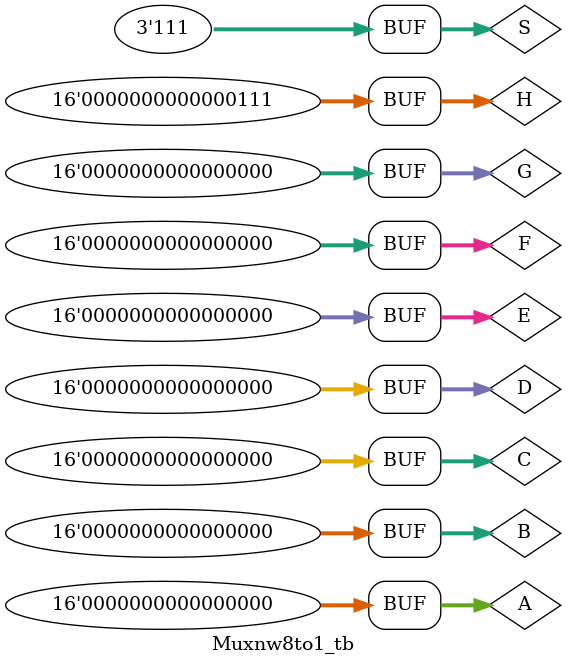
<source format=sv>
module Muxnw8to1(S, A, B, C, D, E, F, G, H, M);
	parameter n = 16;
	input [2:0]S; 
	input [n-1:0]A, B, C, D, E, F, G, H;
	output logic [n-1:0]M;
	
	//Mux8to1 unit2(S, A[2], B[2], C[2], D[2], E[2], F[2], G[2], H[2], M[2]);
	//Mux8to1 unit1(S, A[1], B[1], C[1], D[1], E[1], F[1], G[1], H[1], M[1]);
	//Mux8to1 unit0(S, A[0], B[0], C[0], D[0], E[0], F[0], G[0], H[0], M[0]);
	
	always @* begin
		case (S)
			0:M=A;
			1:M=B;
			2:M=C;
			3:M=D;
			4:M=E;
			5:M=F;
			6:M=G;
			7:M=H;
		endcase
	end
	
endmodule

module Muxnw8to1_tb;
	logic [15:0]A, B, C, D, E, F, G, H, M;
	logic [2:0] S;

	Muxnw8to1 m0(S, A, B, C, D, E, F, G, H, M);
	
	initial begin
		S=0;A=7;B=0;C=0;D=0;E=0;F=0;G=0;H=0;#10;
		S=1;A=0;B=7;C=0;D=0;E=0;F=0;G=0;H=0;#10;
		S=2;A=0;B=0;C=7;D=0;E=0;F=0;G=0;H=0;#10;
		S=3;A=0;B=0;C=0;D=7;E=0;F=0;G=0;H=0;#10;
		S=4;A=0;B=0;C=0;D=0;E=7;F=0;G=0;H=0;#10;
		S=5;A=0;B=0;C=0;D=0;E=0;F=7;G=0;H=0;#10;
		S=6;A=0;B=0;C=0;D=0;E=0;F=0;G=7;H=0;#10;
		S=7;A=0;B=0;C=0;D=0;E=0;F=0;G=0;H=7;#10;
	end
endmodule

</source>
